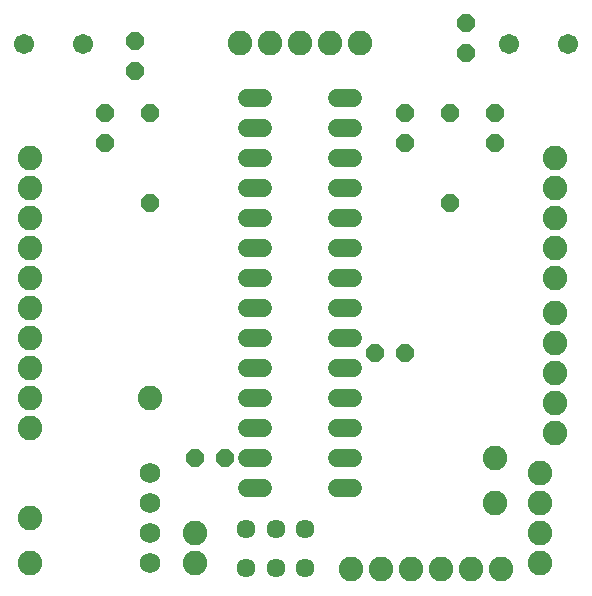
<source format=gbr>
G04 EAGLE Gerber RS-274X export*
G75*
%MOMM*%
%FSLAX34Y34*%
%LPD*%
%INSoldermask Top*%
%IPPOS*%
%AMOC8*
5,1,8,0,0,1.08239X$1,22.5*%
G01*
%ADD10C,2.082800*%
%ADD11P,1.649562X8X292.500000*%
%ADD12P,1.649562X8X22.500000*%
%ADD13P,1.649562X8X202.500000*%
%ADD14P,1.649562X8X112.500000*%
%ADD15C,1.524000*%
%ADD16C,1.711200*%
%ADD17C,1.611200*%
%ADD18C,1.733200*%


D10*
X165100Y25400D03*
X165100Y50800D03*
D11*
X342900Y406400D03*
X342900Y381000D03*
D12*
X317500Y203200D03*
X342900Y203200D03*
D13*
X190500Y114300D03*
X165100Y114300D03*
D10*
X419100Y114300D03*
X419100Y76200D03*
X469900Y368300D03*
X469900Y342900D03*
X469900Y317500D03*
X469900Y292100D03*
X469900Y266700D03*
X469900Y237490D03*
X469900Y212090D03*
X469900Y186690D03*
X469900Y161290D03*
X469900Y135890D03*
X25400Y241300D03*
X25400Y215900D03*
X25400Y190500D03*
X25400Y165100D03*
X25400Y139700D03*
X25400Y368300D03*
X25400Y342900D03*
X25400Y317500D03*
X25400Y292100D03*
X25400Y266700D03*
X127000Y165100D03*
X25400Y63500D03*
X25400Y25400D03*
D11*
X394970Y482600D03*
X394970Y457200D03*
X114300Y467360D03*
X114300Y441960D03*
D14*
X381000Y330200D03*
X381000Y406400D03*
X127000Y330200D03*
X127000Y406400D03*
D11*
X419100Y406400D03*
X419100Y381000D03*
X88900Y406400D03*
X88900Y381000D03*
D15*
X209296Y419100D02*
X222504Y419100D01*
X222504Y393700D02*
X209296Y393700D01*
X209296Y368300D02*
X222504Y368300D01*
X222504Y342900D02*
X209296Y342900D01*
X209296Y317500D02*
X222504Y317500D01*
X222504Y292100D02*
X209296Y292100D01*
X209296Y266700D02*
X222504Y266700D01*
X222504Y241300D02*
X209296Y241300D01*
X209296Y215900D02*
X222504Y215900D01*
X222504Y190500D02*
X209296Y190500D01*
X209296Y165100D02*
X222504Y165100D01*
X222504Y139700D02*
X209296Y139700D01*
X209296Y114300D02*
X222504Y114300D01*
X222504Y88900D02*
X209296Y88900D01*
X285496Y88900D02*
X298704Y88900D01*
X298704Y114300D02*
X285496Y114300D01*
X285496Y139700D02*
X298704Y139700D01*
X298704Y165100D02*
X285496Y165100D01*
X285496Y190500D02*
X298704Y190500D01*
X298704Y215900D02*
X285496Y215900D01*
X285496Y241300D02*
X298704Y241300D01*
X298704Y266700D02*
X285496Y266700D01*
X285496Y292100D02*
X298704Y292100D01*
X298704Y317500D02*
X285496Y317500D01*
X285496Y342900D02*
X298704Y342900D01*
X298704Y368300D02*
X285496Y368300D01*
X285496Y393700D02*
X298704Y393700D01*
X298704Y419100D02*
X285496Y419100D01*
D16*
X20720Y464820D03*
X70720Y464820D03*
D17*
X208680Y21600D03*
X233680Y21600D03*
X258680Y21600D03*
X258680Y54600D03*
X233680Y54600D03*
X208680Y54600D03*
D10*
X297180Y20320D03*
X322580Y20320D03*
X347980Y20320D03*
X373380Y20320D03*
X398780Y20320D03*
X424180Y20320D03*
X203200Y466090D03*
X228600Y466090D03*
X254000Y466090D03*
X279400Y466090D03*
X304800Y466090D03*
X457200Y101600D03*
X457200Y76200D03*
X457200Y50800D03*
X457200Y25400D03*
D18*
X127000Y25400D03*
X127000Y50800D03*
X127000Y76200D03*
X127000Y101600D03*
D16*
X430930Y464820D03*
X480930Y464820D03*
M02*

</source>
